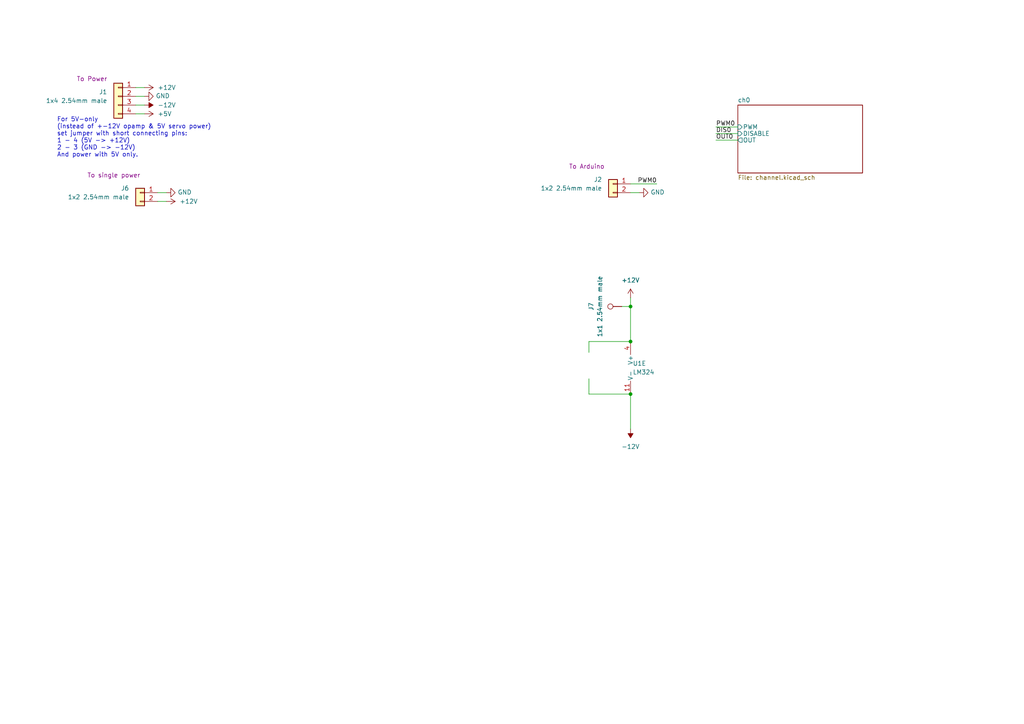
<source format=kicad_sch>
(kicad_sch (version 20211123) (generator eeschema)
  (paper "A4")
  (lib_symbols
    (symbol "Amplifier_Operational:LM324" (pin_names (offset 0.127))
      (property "Reference" "U" (at 0 5.08 0))
      (property "Value" "LM324" (at 0 -5.08 0))
      (symbol "LM324_1_1"
        (polyline (pts (xy -5.08 5.08) (xy 5.08 0) (xy -5.08 -5.08) (xy -5.08 5.08)) (stroke (width 0.254)) (fill (type background)))
        (pin output line (at 7.62 0 180) (length 2.54) (name "~") (number "1"))
        (pin input line (at -7.62 -2.54 0) (length 2.54) (name "-") (number "2"))
        (pin input line (at -7.62 2.54 0) (length 2.54) (name "+") (number "3"))
      )
      (symbol "LM324_2_1"
        (polyline (pts (xy -5.08 5.08) (xy 5.08 0) (xy -5.08 -5.08) (xy -5.08 5.08)) (stroke (width 0.254)) (fill (type background)))
        (pin input line (at -7.62 2.54 0) (length 2.54) (name "+") (number "5"))
        (pin input line (at -7.62 -2.54 0) (length 2.54) (name "-") (number "6"))
        (pin output line (at 7.62 0 180) (length 2.54) (name "~") (number "7"))
      )
      (symbol "LM324_3_1"
        (polyline (pts (xy -5.08 5.08) (xy 5.08 0) (xy -5.08 -5.08) (xy -5.08 5.08)) (stroke (width 0.254)) (fill (type background)))
        (pin input line (at -7.62 2.54 0) (length 2.54) (name "+") (number "10"))
        (pin output line (at 7.62 0 180) (length 2.54) (name "~") (number "8"))
        (pin input line (at -7.62 -2.54 0) (length 2.54) (name "-") (number "9"))
      )
      (symbol "LM324_4_1"
        (polyline (pts (xy -5.08 5.08) (xy 5.08 0) (xy -5.08 -5.08) (xy -5.08 5.08)) (stroke (width 0.254)) (fill (type background)))
        (pin input line (at -7.62 2.54 0) (length 2.54) (name "+") (number "12"))
        (pin input line (at -7.62 -2.54 0) (length 2.54) (name "-") (number "13"))
        (pin output line (at 7.62 0 180) (length 2.54) (name "~") (number "14"))
      )
      (symbol "LM324_5_1"
        (pin power_in line (at -2.54 -7.62 90) (length 3.81) (name "V-") (number "11"))
        (pin power_in line (at -2.54 7.62 270) (length 3.81) (name "V+") (number "4"))
      )
    )
    (symbol "Connector:TestPoint" (pin_numbers hide) (pin_names (offset 0.762) hide)
      (property "Reference" "TP" (at 0 6.858 0))
      (property "Value" "TestPoint" (at 0 5.08 0))
      (symbol "TestPoint_0_1"
        (circle (center 0 3.302) (radius 0.762))
      )
      (symbol "TestPoint_1_1"
        (pin passive line (at 0 0 90) (length 2.54) (name "1") (number "1"))
      )
    )
    (symbol "Connector_Generic:Conn_01x02" (pin_names (offset 1.016) hide)
      (property "Reference" "J" (at 0 2.54 0))
      (property "Value" "Conn_01x02" (at 0 -5.08 0))
      (symbol "Conn_01x02_1_1"
        (rectangle (start -1.27 -2.413) (end 0 -2.667) (stroke (width 0.1524)))
        (rectangle (start -1.27 0.127) (end 0 -0.127) (stroke (width 0.1524)))
        (rectangle (start -1.27 1.27) (end 1.27 -3.81) (stroke (width 0.254)) (fill (type background)))
        (pin passive line (at -5.08 0 0) (length 3.81) (name "Pin_1") (number "1"))
        (pin passive line (at -5.08 -2.54 0) (length 3.81) (name "Pin_2") (number "2"))
      )
    )
    (symbol "Connector_Generic:Conn_01x04" (pin_names (offset 1.016) hide)
      (property "Reference" "J" (at 0 5.08 0))
      (property "Value" "Conn_01x04" (at 0 -7.62 0))
      (symbol "Conn_01x04_1_1"
        (rectangle (start -1.27 -4.953) (end 0 -5.207) (stroke (width 0.1524)))
        (rectangle (start -1.27 -2.413) (end 0 -2.667) (stroke (width 0.1524)))
        (rectangle (start -1.27 0.127) (end 0 -0.127) (stroke (width 0.1524)))
        (rectangle (start -1.27 2.667) (end 0 2.413) (stroke (width 0.1524)))
        (rectangle (start -1.27 3.81) (end 1.27 -6.35) (stroke (width 0.254)) (fill (type background)))
        (pin passive line (at -5.08 2.54 0) (length 3.81) (name "Pin_1") (number "1"))
        (pin passive line (at -5.08 0 0) (length 3.81) (name "Pin_2") (number "2"))
        (pin passive line (at -5.08 -2.54 0) (length 3.81) (name "Pin_3") (number "3"))
        (pin passive line (at -5.08 -5.08 0) (length 3.81) (name "Pin_4") (number "4"))
      )
    )
    (symbol "power:+12V" (power) (pin_names (offset 0))
      (property "Value" "+12V" (at 0 3.556 0))
      (symbol "+12V_0_1"
        (polyline (pts (xy -0.762 1.27) (xy 0 2.54)))
        (polyline (pts (xy 0 0) (xy 0 2.54)))
        (polyline (pts (xy 0 2.54) (xy 0.762 1.27)))
      )
      (symbol "+12V_1_1"
        (pin power_in line (at 0 0 90) (length 0) hide (name "+12V") (number "1"))
      )
    )
    (symbol "power:+5V" (power) (pin_names (offset 0))
      (property "Value" "+5V" (at 0 3.556 0))
      (symbol "+5V_0_1"
        (polyline (pts (xy -0.762 1.27) (xy 0 2.54)))
        (polyline (pts (xy 0 0) (xy 0 2.54)))
        (polyline (pts (xy 0 2.54) (xy 0.762 1.27)))
      )
      (symbol "+5V_1_1"
        (pin power_in line (at 0 0 90) (length 0) hide (name "+5V") (number "1"))
      )
    )
    (symbol "power:-12V" (power) (pin_names (offset 0))
      (property "Value" "-12V" (at 0 3.81 0))
      (symbol "-12V_0_0"
        (pin power_in line (at 0 0 90) (length 0) hide (name "-12V") (number "1"))
      )
      (symbol "-12V_0_1"
        (polyline (pts (xy 0 0) (xy 0 1.27) (xy 0.762 1.27) (xy 0 2.54) (xy -0.762 1.27) (xy 0 1.27)) (fill (type outline)))
      )
    )
    (symbol "power:GND" (power) (pin_names (offset 0))
      (property "Value" "GND" (at 0 -3.81 0))
      (symbol "GND_0_1"
        (polyline (pts (xy 0 0) (xy 0 -1.27) (xy 1.27 -1.27) (xy 0 -2.54) (xy -1.27 -1.27) (xy 0 -1.27)))
      )
      (symbol "GND_1_1"
        (pin power_in line (at 0 0 270) (length 0) hide (name "GND") (number "1"))
      )
    )
  )
  (junction (at 182.88 114.3))
  (junction (at 182.88 99.06))
  (junction (at 182.88 88.9))
  (wire (pts (xy 170.815 102.235) (xy 170.815 99.06)))
  (wire (pts (xy 182.88 88.9) (xy 180.34 88.9)))
  (wire (pts (xy 170.815 109.855) (xy 170.815 114.3)))
  (wire (pts (xy 170.815 99.06) (xy 182.88 99.06)))
  (wire (pts (xy 39.37 30.48) (xy 41.91 30.48)))
  (wire (pts (xy 182.88 114.3) (xy 182.88 124.46)))
  (wire (pts (xy 190.5 53.34) (xy 182.88 53.34)))
  (wire (pts (xy 185.42 55.88) (xy 182.88 55.88)))
  (wire (pts (xy 207.645 36.83) (xy 213.995 36.83)))
  (wire (pts (xy 207.645 38.735) (xy 213.995 38.735)))
  (wire (pts (xy 182.88 86.36) (xy 182.88 88.9)))
  (wire (pts (xy 41.91 27.94) (xy 39.37 27.94)))
  (wire (pts (xy 48.26 55.88) (xy 45.72 55.88)))
  (wire (pts (xy 170.815 114.3) (xy 182.88 114.3)))
  (wire (pts (xy 182.88 88.9) (xy 182.88 99.06)))
  (wire (pts (xy 41.91 33.02) (xy 39.37 33.02)))
  (wire (pts (xy 45.72 58.42) (xy 48.26 58.42)))
  (wire (pts (xy 207.645 40.64) (xy 213.995 40.64)))
  (wire (pts (xy 39.37 25.4) (xy 41.91 25.4)))
  (text "For 5V-only\n(instead of +-12V opamp & 5V servo power)\nset jumper with short connecting pins:\n1 - 4 (5V -> +12V)\n2 - 3 (GND -> -12V)\nAnd power with 5V only." (at 16.51 45.72 0) (effects (font (size 1.27 1.27)) (justify left bottom)))
  (label "PWM0" (at 190.5 53.34 180))
  (label "DIS0" (at 207.645 38.735 0))
  (label "PWM0" (at 207.645 36.83 0))
  (label "OUT0" (at 207.645 40.64 0))
  (symbol (lib_id "power:-12V") (at 182.88 124.46 180) (unit 1)
    (property "Reference" "#PWR0103" (effects hide))
    (property "Value" "-12V" (at 182.88 129.54 0))
  )
  (symbol (lib_id "Connector_Generic:Conn_01x02") (at 177.8 53.34 0) (mirror y) (unit 1)
    (property "Reference" "J2" (at 174.625 52.0699 0) (effects (justify left)))
    (property "Value" "1x2 2.54mm male" (at 174.625 54.6099 0) (effects (justify left)))
    (property "Footprint" "Connector_PinHeader_2.54mm:PinHeader_1x02_P2.54mm_Vertical" (effects hide))
    (property "Comment" "To Arduino" (at 170.18 48.26 0))
  )
  (symbol (lib_id "Connector:TestPoint") (at 180.34 88.9 90) (unit 1)
    (property "Reference" "J7" (at 171.45 88.9 0))
    (property "Value" "1x1 2.54mm male" (at 173.99 88.9 0))
    (property "Footprint" "Connector_PinHeader_2.54mm:PinHeader_1x01_P2.54mm_Vertical" (effects hide))
  )
  (symbol (lib_id "power:GND") (at 185.42 55.88 90) (unit 1)
    (property "Reference" "#PWR0108" (effects hide))
    (property "Value" "GND" (at 188.6712 55.753 90) (effects (justify right)))
  )
  (symbol (lib_id "power:+12V") (at 41.91 25.4 270) (unit 1)
    (property "Reference" "#PWR08" (effects hide))
    (property "Value" "+12V" (at 45.72 25.3999 90) (effects (justify left)))
  )
  (symbol (lib_id "power:+12V") (at 182.88 86.36 0) (unit 1)
    (property "Reference" "#PWR0104" (effects hide))
    (property "Value" "+12V" (at 182.88 81.28 0))
  )
  (symbol (lib_id "power:+5V") (at 41.91 33.02 270) (unit 1)
    (property "Reference" "#PWR01" (effects hide))
    (property "Value" "+5V" (at 45.72 33.0199 90) (effects (justify left)))
  )
  (symbol (lib_id "Connector_Generic:Conn_01x02") (at 40.64 55.88 0) (mirror y) (unit 1)
    (property "Reference" "J6" (at 37.465 54.6099 0) (effects (justify left)))
    (property "Value" "1x2 2.54mm male" (at 37.465 57.1499 0) (effects (justify left)))
    (property "Footprint" "Connector_PinHeader_2.54mm:PinHeader_1x02_P2.54mm_Vertical" (effects hide))
    (property "Comment" "To single power" (at 33.02 50.8 0))
  )
  (symbol (lib_id "power:GND") (at 48.26 55.88 90) (unit 1)
    (property "Reference" "#PWR0105" (effects hide))
    (property "Value" "GND" (at 51.5112 55.753 90) (effects (justify right)))
  )
  (symbol (lib_id "power:+12V") (at 48.26 58.42 270) (unit 1)
    (property "Reference" "#PWR0106" (effects hide))
    (property "Value" "+12V" (at 52.07 58.4199 90) (effects (justify left)))
  )
  (symbol (lib_id "Connector_Generic:Conn_01x04") (at 34.29 27.94 0) (mirror y) (unit 1)
    (property "Reference" "J1" (at 31.115 26.6699 0) (effects (justify left)))
    (property "Value" "1x4 2.54mm male" (at 31.115 29.2099 0) (effects (justify left)))
    (property "Footprint" "Connector_PinHeader_2.54mm:PinHeader_1x04_P2.54mm_Vertical" (effects hide))
    (property "Comment" "To Power" (at 26.67 22.86 0))
  )
  (symbol (lib_id "power:GND") (at 41.91 27.94 90) (unit 1)
    (property "Reference" "#PWR02" (effects hide))
    (property "Value" "GND" (at 45.1612 27.813 90) (effects (justify right)))
  )
  (symbol (lib_id "Amplifier_Operational:LM324") (at 185.42 106.68 0) (unit 5)
    (property "Reference" "U1" (at 183.515 105.4099 0) (effects (justify left)))
    (property "Value" "LM324" (at 183.515 107.9499 0) (effects (justify left)))
    (property "Footprint" "Package_DIP:DIP-14_W7.62mm" (effects hide))
    (property "Datasheet" "http://www.ti.com/lit/ds/symlink/lm2902-n.pdf" (effects hide))
  )
  (symbol (lib_id "power:-12V") (at 41.91 30.48 270) (unit 1)
    (property "Reference" "#PWR010" (effects hide))
    (property "Value" "-12V" (at 45.72 30.4799 90) (effects (justify left)))
  )
  (sheet (at 213.995 30.48) (size 36.195 19.685) (stroke (width 0.1524))
    (property "Sheet name" "ch0" (at 213.995 29.7684 0) (effects (justify left bottom)))
    (property "Sheet file" "channel.kicad_sch" (at 213.995 50.7496 0) (effects (justify left top)))
    (pin "DISABLE" input (at 213.995 38.735 180))
    (pin "OUT" output (at 213.995 40.64 180))
    (pin "PWM" input (at 213.995 36.83 180))
  )
)
</source>
